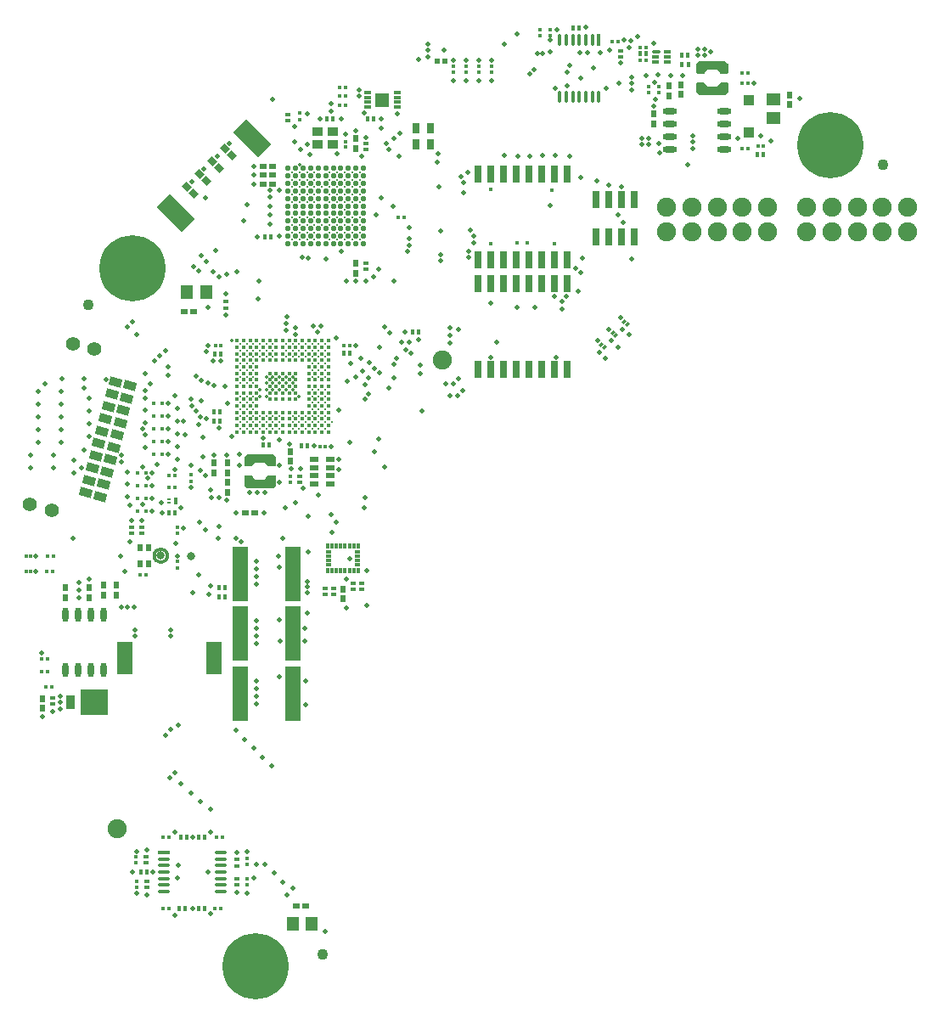
<source format=gts>
G04*
G04 #@! TF.GenerationSoftware,Altium Limited,Altium Designer,24.1.2 (44)*
G04*
G04 Layer_Color=8388736*
%FSLAX44Y44*%
%MOMM*%
G71*
G04*
G04 #@! TF.SameCoordinates,E650615F-92BB-4AA2-81C1-946A8B7DB211*
G04*
G04*
G04 #@! TF.FilePolarity,Negative*
G04*
G01*
G75*
%ADD19R,0.5220X0.7250*%
%ADD38R,0.7400X1.6750*%
%ADD42O,0.6000X1.4500*%
%ADD43O,1.4500X0.6000*%
G04:AMPARAMS|DCode=48|XSize=0.28mm|YSize=0.75mm|CornerRadius=0.0504mm|HoleSize=0mm|Usage=FLASHONLY|Rotation=90.000|XOffset=0mm|YOffset=0mm|HoleType=Round|Shape=RoundedRectangle|*
%AMROUNDEDRECTD48*
21,1,0.2800,0.6492,0,0,90.0*
21,1,0.1792,0.7500,0,0,90.0*
1,1,0.1008,0.3246,0.0896*
1,1,0.1008,0.3246,-0.0896*
1,1,0.1008,-0.3246,-0.0896*
1,1,0.1008,-0.3246,0.0896*
%
%ADD48ROUNDEDRECTD48*%
%ADD51R,0.4682X0.4725*%
%ADD52R,1.6000X3.2000*%
%ADD54R,0.7600X1.6700*%
G04:AMPARAMS|DCode=58|XSize=0.28mm|YSize=0.85mm|CornerRadius=0.0504mm|HoleSize=0mm|Usage=FLASHONLY|Rotation=90.000|XOffset=0mm|YOffset=0mm|HoleType=Round|Shape=RoundedRectangle|*
%AMROUNDEDRECTD58*
21,1,0.2800,0.7492,0,0,90.0*
21,1,0.1792,0.8500,0,0,90.0*
1,1,0.1008,0.3746,0.0896*
1,1,0.1008,0.3746,-0.0896*
1,1,0.1008,-0.3746,-0.0896*
1,1,0.1008,-0.3746,0.0896*
%
%ADD58ROUNDEDRECTD58*%
%ADD60R,0.3500X1.2500*%
%ADD61O,0.3500X1.2500*%
%ADD62O,1.2500X0.3500*%
%ADD63R,1.2500X0.3500*%
%ADD64C,0.3000*%
%ADD65R,0.6000X0.6000*%
%ADD66R,0.3600X0.4200*%
%ADD67R,0.4500X0.5000*%
%ADD68C,0.4000*%
%ADD69R,0.6080X0.6588*%
%ADD70R,0.3500X0.4000*%
%ADD71R,0.4000X0.3500*%
%ADD72R,0.4620X0.3520*%
%ADD73R,0.5000X0.4500*%
%ADD74R,1.6000X5.5000*%
%ADD75R,0.4200X0.3600*%
%ADD76R,0.4500X0.2905*%
%ADD77R,0.7100X0.3700*%
%ADD78R,1.3500X1.4500*%
%ADD79C,0.5318*%
%ADD80R,0.8620X1.3700*%
%ADD81R,0.3800X0.6300*%
%ADD82R,0.6300X0.3800*%
G04:AMPARAMS|DCode=83|XSize=1.243mm|YSize=0.8366mm|CornerRadius=0mm|HoleSize=0mm|Usage=FLASHONLY|Rotation=165.000|XOffset=0mm|YOffset=0mm|HoleType=Round|Shape=Rectangle|*
%AMROTATEDRECTD83*
4,1,4,0.7086,0.2432,0.4921,-0.5649,-0.7086,-0.2432,-0.4921,0.5649,0.7086,0.2432,0.0*
%
%ADD83ROTATEDRECTD83*%

%ADD84R,1.0520X1.0020*%
%ADD85R,1.0000X0.9000*%
%ADD86R,0.6588X0.6080*%
%ADD87R,1.2430X1.3700*%
%ADD88R,1.3700X1.2430*%
G04:AMPARAMS|DCode=89|XSize=0.3mm|YSize=0.45mm|CornerRadius=0mm|HoleSize=0mm|Usage=FLASHONLY|Rotation=135.000|XOffset=0mm|YOffset=0mm|HoleType=Round|Shape=Rectangle|*
%AMROTATEDRECTD89*
4,1,4,0.2652,0.0530,-0.0530,-0.2652,-0.2652,-0.0530,0.0530,0.2652,0.2652,0.0530,0.0*
%
%ADD89ROTATEDRECTD89*%

%ADD90R,0.3000X0.4500*%
%ADD91R,0.9000X0.5000*%
%ADD92R,0.7500X1.0000*%
G04:AMPARAMS|DCode=93|XSize=0.8mm|YSize=0.6mm|CornerRadius=0mm|HoleSize=0mm|Usage=FLASHONLY|Rotation=315.000|XOffset=0mm|YOffset=0mm|HoleType=Round|Shape=Rectangle|*
%AMROTATEDRECTD93*
4,1,4,-0.4950,0.0707,-0.0707,0.4950,0.4950,-0.0707,0.0707,-0.4950,-0.4950,0.0707,0.0*
%
%ADD93ROTATEDRECTD93*%

G04:AMPARAMS|DCode=94|XSize=3.532mm|YSize=1.882mm|CornerRadius=0mm|HoleSize=0mm|Usage=FLASHONLY|Rotation=135.000|XOffset=0mm|YOffset=0mm|HoleType=Round|Shape=Rectangle|*
%AMROTATEDRECTD94*
4,1,4,1.9141,-0.5834,0.5834,-1.9141,-1.9141,0.5834,-0.5834,1.9141,1.9141,-0.5834,0.0*
%
%ADD94ROTATEDRECTD94*%

%ADD95C,1.1000*%
%ADD96R,2.7670X2.6400*%
%ADD97R,0.4500X0.7000*%
%ADD98C,0.8000*%
%ADD99C,1.9050*%
%ADD100C,1.9000*%
%ADD101C,1.4224*%
%ADD102C,0.0400*%
%ADD103C,0.1000*%
%ADD104C,6.6016*%
%ADD105C,0.3048*%
%ADD106C,0.5080*%
%ADD107C,0.3556*%
%ADD108C,0.4064*%
G36*
X-266840Y79799D02*
X-266744Y79769D01*
X-266655Y79722D01*
X-266577Y79658D01*
X-266514Y79581D01*
X-266467Y79492D01*
X-266437Y79396D01*
X-266427Y79296D01*
Y70446D01*
X-266427Y70446D01*
X-266437Y70346D01*
X-266467Y70250D01*
X-266514Y70161D01*
X-266577Y70084D01*
X-269127Y67534D01*
X-269128Y67534D01*
X-269205Y67470D01*
X-269294Y67422D01*
X-269390Y67393D01*
X-269490Y67383D01*
X-294890D01*
X-294890Y67383D01*
X-294990Y67393D01*
X-295086Y67422D01*
X-295175Y67470D01*
X-295252Y67534D01*
X-297802Y70083D01*
X-297802Y70084D01*
X-297866Y70161D01*
X-297913Y70250D01*
X-297943Y70346D01*
X-297952Y70446D01*
X-297952Y79296D01*
X-297943Y79396D01*
X-297913Y79492D01*
X-297866Y79581D01*
X-297802Y79658D01*
X-297725Y79722D01*
X-297636Y79769D01*
X-297540Y79799D01*
X-297440Y79808D01*
X-290440D01*
X-290416Y79806D01*
X-290392Y79806D01*
X-290366Y79801D01*
X-290340Y79799D01*
X-290317Y79792D01*
X-290294Y79787D01*
X-290269Y79777D01*
X-290244Y79769D01*
X-290223Y79758D01*
X-290201Y79749D01*
X-290179Y79735D01*
X-290155Y79722D01*
X-290137Y79707D01*
X-290117Y79694D01*
X-290098Y79675D01*
X-290078Y79658D01*
X-290062Y79640D01*
X-290045Y79623D01*
X-287049Y76008D01*
X-277331D01*
X-274335Y79623D01*
X-274318Y79640D01*
X-274302Y79658D01*
X-274282Y79675D01*
X-274263Y79694D01*
X-274243Y79707D01*
X-274225Y79722D01*
X-274201Y79735D01*
X-274179Y79749D01*
X-274157Y79758D01*
X-274136Y79769D01*
X-274111Y79777D01*
X-274086Y79787D01*
X-274063Y79792D01*
X-274040Y79799D01*
X-274014Y79801D01*
X-273988Y79806D01*
X-273964Y79806D01*
X-273940Y79808D01*
X-266940D01*
X-266840Y79799D01*
D02*
G37*
G36*
X-269390Y101399D02*
X-269294Y101369D01*
X-269205Y101322D01*
X-269128Y101258D01*
X-266578Y98708D01*
X-266578Y98708D01*
X-266514Y98631D01*
X-266467Y98542D01*
X-266437Y98446D01*
X-266427Y98346D01*
X-266427Y89496D01*
X-266437Y89396D01*
X-266467Y89300D01*
X-266514Y89211D01*
X-266577Y89134D01*
X-266655Y89070D01*
X-266744Y89023D01*
X-266840Y88993D01*
X-266940Y88983D01*
X-273940D01*
X-273964Y88986D01*
X-273988Y88986D01*
X-274014Y88991D01*
X-274040Y88993D01*
X-274063Y89000D01*
X-274086Y89005D01*
X-274111Y89015D01*
X-274136Y89023D01*
X-274157Y89034D01*
X-274179Y89043D01*
X-274201Y89057D01*
X-274225Y89070D01*
X-274243Y89085D01*
X-274263Y89098D01*
X-274282Y89117D01*
X-274302Y89134D01*
X-274318Y89152D01*
X-274335Y89169D01*
X-277331Y92783D01*
X-287052D01*
X-290119Y89165D01*
X-290134Y89150D01*
X-290148Y89134D01*
X-290170Y89115D01*
X-290191Y89095D01*
X-290209Y89083D01*
X-290225Y89070D01*
X-290251Y89056D01*
X-290275Y89040D01*
X-290295Y89032D01*
X-290314Y89023D01*
X-290342Y89014D01*
X-290369Y89003D01*
X-290390Y88999D01*
X-290410Y88993D01*
X-290439Y88990D01*
X-290468Y88985D01*
X-290489Y88986D01*
X-290510Y88983D01*
X-297440D01*
X-297540Y88993D01*
X-297636Y89023D01*
X-297725Y89070D01*
X-297802Y89134D01*
X-297866Y89211D01*
X-297913Y89300D01*
X-297943Y89396D01*
X-297952Y89496D01*
Y98346D01*
X-297952Y98346D01*
X-297943Y98446D01*
X-297913Y98542D01*
X-297866Y98631D01*
X-297802Y98708D01*
X-295252Y101258D01*
X-295252Y101258D01*
X-295175Y101322D01*
X-295086Y101369D01*
X-294990Y101399D01*
X-294890Y101408D01*
X-269490D01*
X-269490Y101408D01*
X-269390Y101399D01*
D02*
G37*
G36*
X184260Y471653D02*
X184356Y471623D01*
X184445Y471576D01*
X184522Y471512D01*
X184586Y471435D01*
X184634Y471346D01*
X184663Y471250D01*
X184673Y471150D01*
Y462300D01*
X184673Y462300D01*
X184663Y462200D01*
X184634Y462104D01*
X184586Y462015D01*
X184522Y461938D01*
X181973Y459388D01*
X181972Y459388D01*
X181895Y459324D01*
X181806Y459277D01*
X181710Y459247D01*
X181610Y459238D01*
X156210D01*
X156210Y459238D01*
X156110Y459247D01*
X156014Y459277D01*
X155925Y459324D01*
X155848Y459388D01*
X153298Y461937D01*
X153298Y461938D01*
X153234Y462015D01*
X153187Y462104D01*
X153157Y462200D01*
X153147Y462300D01*
X153147Y471150D01*
X153157Y471250D01*
X153187Y471346D01*
X153234Y471435D01*
X153298Y471512D01*
X153375Y471576D01*
X153464Y471623D01*
X153560Y471653D01*
X153660Y471662D01*
X160660D01*
X160684Y471660D01*
X160708Y471660D01*
X160734Y471655D01*
X160760Y471653D01*
X160783Y471646D01*
X160806Y471641D01*
X160831Y471631D01*
X160856Y471623D01*
X160877Y471612D01*
X160899Y471603D01*
X160921Y471589D01*
X160945Y471576D01*
X160963Y471561D01*
X160983Y471548D01*
X161002Y471529D01*
X161022Y471512D01*
X161038Y471494D01*
X161054Y471477D01*
X164051Y467863D01*
X173773D01*
X176839Y471481D01*
X176854Y471496D01*
X176868Y471512D01*
X176890Y471531D01*
X176911Y471551D01*
X176929Y471563D01*
X176945Y471576D01*
X176971Y471590D01*
X176996Y471606D01*
X177015Y471614D01*
X177034Y471623D01*
X177062Y471632D01*
X177089Y471643D01*
X177110Y471646D01*
X177130Y471653D01*
X177159Y471656D01*
X177188Y471661D01*
X177209Y471660D01*
X177230Y471662D01*
X184160D01*
X184260Y471653D01*
D02*
G37*
G36*
X181710Y493253D02*
X181806Y493223D01*
X181895Y493176D01*
X181972Y493112D01*
X184522Y490563D01*
X184522Y490562D01*
X184586Y490485D01*
X184633Y490396D01*
X184663Y490300D01*
X184673Y490200D01*
X184673Y481350D01*
X184663Y481250D01*
X184634Y481154D01*
X184586Y481065D01*
X184522Y480988D01*
X184445Y480924D01*
X184356Y480877D01*
X184260Y480847D01*
X184160Y480838D01*
X177160D01*
X177136Y480840D01*
X177112Y480840D01*
X177086Y480845D01*
X177060Y480847D01*
X177037Y480854D01*
X177014Y480859D01*
X176989Y480869D01*
X176964Y480877D01*
X176943Y480888D01*
X176921Y480897D01*
X176899Y480911D01*
X176875Y480924D01*
X176857Y480939D01*
X176837Y480952D01*
X176818Y480971D01*
X176798Y480988D01*
X176782Y481006D01*
X176765Y481023D01*
X173769Y484637D01*
X164051D01*
X161054Y481023D01*
X161038Y481006D01*
X161022Y480988D01*
X161002Y480971D01*
X160983Y480952D01*
X160963Y480939D01*
X160945Y480924D01*
X160921Y480911D01*
X160899Y480897D01*
X160877Y480888D01*
X160856Y480877D01*
X160831Y480869D01*
X160806Y480859D01*
X160783Y480854D01*
X160760Y480847D01*
X160734Y480845D01*
X160708Y480840D01*
X160684Y480840D01*
X160660Y480838D01*
X153660D01*
X153560Y480847D01*
X153464Y480877D01*
X153375Y480924D01*
X153298Y480988D01*
X153234Y481065D01*
X153187Y481154D01*
X153157Y481250D01*
X153147Y481350D01*
Y490200D01*
X153147Y490200D01*
X153157Y490300D01*
X153187Y490396D01*
X153234Y490485D01*
X153298Y490562D01*
X155848Y493112D01*
X155848Y493112D01*
X155925Y493176D01*
X156014Y493223D01*
X156110Y493253D01*
X156210Y493262D01*
X181610D01*
X181610Y493262D01*
X181710Y493253D01*
D02*
G37*
D19*
X-393520Y8415D02*
D03*
Y-8335D02*
D03*
X-401740Y8415D02*
D03*
Y-8335D02*
D03*
D38*
X53340Y318125D02*
D03*
X66040D02*
D03*
X91440D02*
D03*
Y354975D02*
D03*
X78740Y318125D02*
D03*
Y354975D02*
D03*
X66040D02*
D03*
X53340D02*
D03*
D42*
X-450850Y-113610D02*
D03*
X-476250D02*
D03*
X-463550D02*
D03*
X-438150D02*
D03*
X-476250Y-59110D02*
D03*
X-463550D02*
D03*
X-450850D02*
D03*
X-438150D02*
D03*
D43*
X180920Y430530D02*
D03*
Y405130D02*
D03*
Y417830D02*
D03*
Y443230D02*
D03*
X126420Y405130D02*
D03*
Y417830D02*
D03*
Y430530D02*
D03*
Y443230D02*
D03*
D48*
X124030Y502412D02*
D03*
Y492412D02*
D03*
Y497412D02*
D03*
X112530Y492412D02*
D03*
Y497412D02*
D03*
D51*
X-97422Y493192D02*
D03*
X-105465D02*
D03*
D52*
X-327610Y-101600D02*
D03*
X-416610D02*
D03*
D54*
X-64770Y295170D02*
D03*
X-52070D02*
D03*
X-39370D02*
D03*
X-26670D02*
D03*
X-13970D02*
D03*
X-1270D02*
D03*
X11430D02*
D03*
X24130D02*
D03*
X-64770Y380470D02*
D03*
X-52070D02*
D03*
X-39370D02*
D03*
X-26670D02*
D03*
X-13970D02*
D03*
X-1270D02*
D03*
X11430D02*
D03*
X24130D02*
D03*
Y271250D02*
D03*
X11430D02*
D03*
X-1270D02*
D03*
X-13970D02*
D03*
X-26670D02*
D03*
X-39370D02*
D03*
X-52070D02*
D03*
X-64770D02*
D03*
X24130Y185950D02*
D03*
X11430D02*
D03*
X-1270D02*
D03*
X-13970D02*
D03*
X-26670D02*
D03*
X-39370D02*
D03*
X-52070D02*
D03*
X-64770D02*
D03*
D58*
X113030Y502412D02*
D03*
D60*
X55810Y514000D02*
D03*
D61*
X49310D02*
D03*
X42810D02*
D03*
X36310D02*
D03*
X29810D02*
D03*
X23310D02*
D03*
X16810D02*
D03*
X55810Y457500D02*
D03*
X49310D02*
D03*
X42810D02*
D03*
X36310D02*
D03*
X29810D02*
D03*
X23310D02*
D03*
X16810D02*
D03*
D62*
X-321670Y-334940D02*
D03*
Y-328440D02*
D03*
Y-321940D02*
D03*
Y-315440D02*
D03*
Y-308940D02*
D03*
Y-302440D02*
D03*
Y-295940D02*
D03*
X-378170Y-334940D02*
D03*
Y-328440D02*
D03*
Y-321940D02*
D03*
Y-315440D02*
D03*
Y-308940D02*
D03*
Y-302440D02*
D03*
D63*
Y-295940D02*
D03*
D64*
X-374375Y40D02*
G03*
X-374375Y40I-6625J0D01*
G01*
D65*
X-282190Y71696D02*
D03*
X168910Y488950D02*
D03*
Y463550D02*
D03*
X-282190Y97096D02*
D03*
D66*
X-198280Y209550D02*
D03*
X-321150D02*
D03*
X-192880D02*
D03*
X-326550D02*
D03*
X219870Y408940D02*
D03*
X214470D02*
D03*
X97122Y506984D02*
D03*
X102522D02*
D03*
X-217010Y109220D02*
D03*
X-222410D02*
D03*
D67*
X-322120Y143510D02*
D03*
X-321440Y201396D02*
D03*
X-198580Y201930D02*
D03*
X-322120Y134620D02*
D03*
X220170Y400050D02*
D03*
X-278690Y110396D02*
D03*
X-328120Y143510D02*
D03*
X-327440Y201396D02*
D03*
X-192580Y201930D02*
D03*
X-328120Y134620D02*
D03*
X-130000Y223520D02*
D03*
X-323040Y-31750D02*
D03*
Y-40640D02*
D03*
X138890Y490220D02*
D03*
X138498Y499205D02*
D03*
X-277495Y318231D02*
D03*
X-168450Y435610D02*
D03*
X-215090D02*
D03*
X-372570Y43180D02*
D03*
X144890Y490220D02*
D03*
X144498Y499205D02*
D03*
X-124000Y223520D02*
D03*
X-317040Y-31750D02*
D03*
Y-40640D02*
D03*
X-271495Y318231D02*
D03*
X-174450Y435610D02*
D03*
X-209090D02*
D03*
X-366570Y43180D02*
D03*
X-395180Y-315440D02*
D03*
X-401180D02*
D03*
X30024Y526459D02*
D03*
X36024D02*
D03*
X-361140Y-280670D02*
D03*
X-355140D02*
D03*
X-362410Y-351790D02*
D03*
X-356410D02*
D03*
X-337360D02*
D03*
X-343360D02*
D03*
X-337360Y-280670D02*
D03*
X-343360D02*
D03*
X-240595Y109514D02*
D03*
X-234595D02*
D03*
X-272690Y110396D02*
D03*
X97076Y500634D02*
D03*
X103076D02*
D03*
X214170Y400050D02*
D03*
D68*
X-304940Y136396D02*
D03*
Y142896D02*
D03*
Y201396D02*
D03*
Y207896D02*
D03*
X-265940Y129896D02*
D03*
X-213940Y201396D02*
D03*
Y207896D02*
D03*
X-304940Y123396D02*
D03*
Y214396D02*
D03*
X-291940Y129896D02*
D03*
X-285440Y155896D02*
D03*
Y181896D02*
D03*
X-278940Y123396D02*
D03*
X-272440Y129896D02*
D03*
Y155896D02*
D03*
Y162396D02*
D03*
Y168896D02*
D03*
Y175396D02*
D03*
Y181896D02*
D03*
Y194896D02*
D03*
X-265940Y155896D02*
D03*
Y162396D02*
D03*
Y168896D02*
D03*
Y175396D02*
D03*
Y181896D02*
D03*
X-259440Y155896D02*
D03*
Y162396D02*
D03*
Y168896D02*
D03*
Y175396D02*
D03*
Y181896D02*
D03*
X-252940Y155896D02*
D03*
Y162396D02*
D03*
Y168896D02*
D03*
Y175396D02*
D03*
Y181896D02*
D03*
Y207896D02*
D03*
X-246440Y129896D02*
D03*
Y155896D02*
D03*
Y162396D02*
D03*
Y168896D02*
D03*
Y175396D02*
D03*
Y181896D02*
D03*
Y194896D02*
D03*
X-233440Y155896D02*
D03*
Y181896D02*
D03*
X-213940Y123396D02*
D03*
Y214396D02*
D03*
X-285440Y149396D02*
D03*
Y188396D02*
D03*
X-278940Y129896D02*
D03*
Y142896D02*
D03*
Y194896D02*
D03*
X-272440Y201396D02*
D03*
X-265940Y142896D02*
D03*
X-259440Y194896D02*
D03*
X-246440Y142896D02*
D03*
X-239940Y194896D02*
D03*
X-233440Y149396D02*
D03*
Y175396D02*
D03*
X-213940Y194896D02*
D03*
Y188396D02*
D03*
Y181896D02*
D03*
Y175396D02*
D03*
Y168896D02*
D03*
Y162396D02*
D03*
Y155896D02*
D03*
Y149396D02*
D03*
Y142896D02*
D03*
Y136396D02*
D03*
Y129896D02*
D03*
X-220440Y214396D02*
D03*
Y207896D02*
D03*
Y201396D02*
D03*
Y194896D02*
D03*
Y188396D02*
D03*
Y181896D02*
D03*
Y175396D02*
D03*
Y168896D02*
D03*
Y162396D02*
D03*
Y155896D02*
D03*
Y149396D02*
D03*
Y142896D02*
D03*
Y136396D02*
D03*
Y129896D02*
D03*
Y123396D02*
D03*
X-226940Y214396D02*
D03*
Y207896D02*
D03*
Y201396D02*
D03*
Y194896D02*
D03*
Y188396D02*
D03*
Y181896D02*
D03*
Y175396D02*
D03*
Y168896D02*
D03*
Y162396D02*
D03*
Y155896D02*
D03*
Y149396D02*
D03*
Y142896D02*
D03*
Y136396D02*
D03*
Y129896D02*
D03*
Y123396D02*
D03*
X-233440Y214396D02*
D03*
Y207896D02*
D03*
Y201396D02*
D03*
Y194896D02*
D03*
Y188396D02*
D03*
Y168896D02*
D03*
Y162396D02*
D03*
Y142896D02*
D03*
Y136396D02*
D03*
Y129896D02*
D03*
Y123396D02*
D03*
X-239940Y214396D02*
D03*
Y207896D02*
D03*
Y201396D02*
D03*
Y142896D02*
D03*
Y136396D02*
D03*
Y129896D02*
D03*
Y123396D02*
D03*
X-246440Y214396D02*
D03*
Y207896D02*
D03*
Y201396D02*
D03*
Y136396D02*
D03*
Y123396D02*
D03*
X-252940Y214396D02*
D03*
Y201396D02*
D03*
Y194896D02*
D03*
Y142896D02*
D03*
Y136396D02*
D03*
Y129896D02*
D03*
Y123396D02*
D03*
X-259440Y214396D02*
D03*
Y207896D02*
D03*
Y201396D02*
D03*
Y142896D02*
D03*
Y136396D02*
D03*
Y129896D02*
D03*
Y123396D02*
D03*
X-265940Y214396D02*
D03*
Y207896D02*
D03*
Y201396D02*
D03*
Y194896D02*
D03*
Y136396D02*
D03*
Y123396D02*
D03*
X-272440Y214396D02*
D03*
Y207896D02*
D03*
Y142896D02*
D03*
Y136396D02*
D03*
Y123396D02*
D03*
X-278940Y214396D02*
D03*
Y207896D02*
D03*
Y201396D02*
D03*
Y136396D02*
D03*
X-285440Y214396D02*
D03*
Y207896D02*
D03*
Y201396D02*
D03*
Y194896D02*
D03*
Y175396D02*
D03*
Y168896D02*
D03*
Y162396D02*
D03*
Y142896D02*
D03*
Y136396D02*
D03*
Y129896D02*
D03*
Y123396D02*
D03*
X-291940Y214396D02*
D03*
Y207896D02*
D03*
Y201396D02*
D03*
Y194896D02*
D03*
Y188396D02*
D03*
Y181896D02*
D03*
Y175396D02*
D03*
Y168896D02*
D03*
Y162396D02*
D03*
Y155896D02*
D03*
Y149396D02*
D03*
Y142896D02*
D03*
Y136396D02*
D03*
Y123396D02*
D03*
X-298440Y214396D02*
D03*
Y207896D02*
D03*
Y201396D02*
D03*
Y194896D02*
D03*
Y188396D02*
D03*
Y181896D02*
D03*
Y175396D02*
D03*
Y168896D02*
D03*
Y162396D02*
D03*
Y155896D02*
D03*
Y149396D02*
D03*
Y142896D02*
D03*
Y136396D02*
D03*
Y129896D02*
D03*
Y123396D02*
D03*
X-304940Y194896D02*
D03*
Y188396D02*
D03*
Y181896D02*
D03*
Y175396D02*
D03*
Y168896D02*
D03*
Y162396D02*
D03*
Y155896D02*
D03*
Y149396D02*
D03*
Y129896D02*
D03*
D69*
X-314690Y82820D02*
D03*
Y72972D02*
D03*
X-327690Y82820D02*
D03*
X-499110Y-152146D02*
D03*
X-476250Y-32004D02*
D03*
X-314690Y92472D02*
D03*
Y63320D02*
D03*
X-327690Y92472D02*
D03*
X-251460Y94234D02*
D03*
X-452120Y-32004D02*
D03*
X110490Y440436D02*
D03*
X-186865Y415767D02*
D03*
Y281655D02*
D03*
X-199390Y-42926D02*
D03*
X246380Y459486D02*
D03*
X-199390Y-33274D02*
D03*
X125730Y458724D02*
D03*
Y468376D02*
D03*
X-438150Y-39116D02*
D03*
Y-29464D02*
D03*
X246380Y449834D02*
D03*
X-186865Y291307D02*
D03*
Y406115D02*
D03*
X110490Y430784D02*
D03*
X137419Y469516D02*
D03*
Y459864D02*
D03*
X-452120Y-41656D02*
D03*
X-251460Y103886D02*
D03*
X-425450Y-29464D02*
D03*
Y-39116D02*
D03*
X-476250Y-41656D02*
D03*
X-499110Y-142494D02*
D03*
D70*
X-499570Y-102870D02*
D03*
X204930Y471170D02*
D03*
X-202390Y449580D02*
D03*
X-366570Y80010D02*
D03*
X198930Y481330D02*
D03*
X-499570Y-115570D02*
D03*
X-202390Y467360D02*
D03*
Y458470D02*
D03*
X-137970Y337820D02*
D03*
X-401780Y-19050D02*
D03*
X-395780D02*
D03*
X-366570Y68580D02*
D03*
X-372570D02*
D03*
Y80010D02*
D03*
X-488114Y0D02*
D03*
X-494114D02*
D03*
X-488490Y-15240D02*
D03*
X-494490D02*
D03*
X-372920Y-280670D02*
D03*
X-378920D02*
D03*
X69390Y513080D02*
D03*
X75390D02*
D03*
X-372920Y-351790D02*
D03*
X-378920D02*
D03*
X-326850D02*
D03*
X-320850D02*
D03*
X-325580Y-280670D02*
D03*
X-319580D02*
D03*
X-143970Y337820D02*
D03*
X-196390Y449580D02*
D03*
Y458470D02*
D03*
Y467360D02*
D03*
X204930Y481330D02*
D03*
X198930Y471170D02*
D03*
X97076Y494030D02*
D03*
X103076D02*
D03*
X198930Y406400D02*
D03*
X204930D02*
D03*
X-493570Y-115570D02*
D03*
X-489760Y-130810D02*
D03*
X-495760D02*
D03*
X-493570Y-102870D02*
D03*
D71*
X115570Y467820D02*
D03*
X-50800Y488140D02*
D03*
X-63500D02*
D03*
X-76200D02*
D03*
X-88900D02*
D03*
X-242570Y441150D02*
D03*
X-350520Y74470D02*
D03*
X-364490Y-5890D02*
D03*
X-3150Y524450D02*
D03*
Y518450D02*
D03*
X-364490Y-11890D02*
D03*
Y22400D02*
D03*
Y28400D02*
D03*
X-350520Y80470D02*
D03*
X-405800Y-299740D02*
D03*
Y-305740D02*
D03*
X-405130Y-330660D02*
D03*
Y-324660D02*
D03*
X-294640Y-328120D02*
D03*
Y-322120D02*
D03*
Y-301800D02*
D03*
Y-307800D02*
D03*
X-242570Y435150D02*
D03*
X105410Y467820D02*
D03*
Y461820D02*
D03*
X115570D02*
D03*
X-88900Y482140D02*
D03*
X-76200D02*
D03*
X-63500D02*
D03*
X-50800D02*
D03*
X7010Y518450D02*
D03*
Y524450D02*
D03*
D72*
X-395850Y44450D02*
D03*
X-379340Y101600D02*
D03*
Y114300D02*
D03*
Y127000D02*
D03*
Y139700D02*
D03*
Y152400D02*
D03*
X-395850Y82550D02*
D03*
Y69850D02*
D03*
Y57150D02*
D03*
X-404250D02*
D03*
Y69850D02*
D03*
Y82550D02*
D03*
X-387740Y152400D02*
D03*
Y139700D02*
D03*
Y127000D02*
D03*
Y114300D02*
D03*
Y101600D02*
D03*
X-404250Y44450D02*
D03*
D73*
X-316230Y253190D02*
D03*
X-254000Y439880D02*
D03*
X-176705Y410941D02*
D03*
Y286021D02*
D03*
X-410210Y28400D02*
D03*
X-400050D02*
D03*
X-189230Y-33480D02*
D03*
X-217170Y-38560D02*
D03*
X-180340Y-33480D02*
D03*
X-208280Y-38560D02*
D03*
X-488950Y-147780D02*
D03*
X-316230Y247190D02*
D03*
X-410210Y22400D02*
D03*
X-400050D02*
D03*
X-180340Y-27480D02*
D03*
X-208280Y-32560D02*
D03*
X-488950Y-141780D02*
D03*
X-217170Y-32560D02*
D03*
X-189230Y-27480D02*
D03*
X-395640Y-305740D02*
D03*
Y-299740D02*
D03*
X77470Y497380D02*
D03*
Y503380D02*
D03*
X-394970Y-324660D02*
D03*
Y-330660D02*
D03*
X-304800Y-322120D02*
D03*
Y-328120D02*
D03*
Y-309070D02*
D03*
Y-303070D02*
D03*
X-176705Y292021D02*
D03*
Y404941D02*
D03*
X-254000Y433880D02*
D03*
X-242570Y79200D02*
D03*
Y73200D02*
D03*
D74*
X-249090Y-17780D02*
D03*
Y-77470D02*
D03*
Y-137160D02*
D03*
X-302090Y-17780D02*
D03*
Y-77470D02*
D03*
Y-137160D02*
D03*
D75*
X-196850Y412910D02*
D03*
Y407510D02*
D03*
X-251460Y78900D02*
D03*
Y73500D02*
D03*
D76*
X-372820Y52860D02*
D03*
Y56360D02*
D03*
D77*
X-145520Y447160D02*
D03*
Y452160D02*
D03*
Y457160D02*
D03*
Y462160D02*
D03*
X-174520Y447160D02*
D03*
Y452160D02*
D03*
Y457160D02*
D03*
Y462160D02*
D03*
D78*
X-160020Y454660D02*
D03*
D79*
X-194025Y311251D02*
D03*
X-201525Y318751D02*
D03*
X-216525D02*
D03*
X-231525D02*
D03*
X-246525D02*
D03*
X-179025Y326251D02*
D03*
X-209025Y341251D02*
D03*
X-231525D02*
D03*
X-239025D02*
D03*
X-179025Y348751D02*
D03*
X-209025D02*
D03*
X-231525D02*
D03*
X-209025Y356251D02*
D03*
X-231525D02*
D03*
X-179025Y371251D02*
D03*
X-216525D02*
D03*
X-224025D02*
D03*
X-231525Y378751D02*
D03*
X-239025D02*
D03*
Y386251D02*
D03*
X-254025Y318751D02*
D03*
X-246525Y341251D02*
D03*
X-254025D02*
D03*
X-239025Y348751D02*
D03*
X-246525D02*
D03*
X-254025D02*
D03*
X-239025Y356251D02*
D03*
X-246525D02*
D03*
X-216525Y363751D02*
D03*
Y348751D02*
D03*
X-224025D02*
D03*
X-216525Y356251D02*
D03*
X-224025D02*
D03*
X-254025D02*
D03*
Y386251D02*
D03*
X-246525D02*
D03*
X-231525D02*
D03*
X-224025D02*
D03*
X-216525D02*
D03*
X-209025D02*
D03*
X-201525D02*
D03*
X-194025D02*
D03*
X-186525D02*
D03*
X-179025D02*
D03*
X-254025Y378751D02*
D03*
X-246525D02*
D03*
X-224025D02*
D03*
X-216525D02*
D03*
X-209025D02*
D03*
X-201525D02*
D03*
X-194025D02*
D03*
X-186525D02*
D03*
X-179025D02*
D03*
X-254025Y371251D02*
D03*
X-246525D02*
D03*
X-239025D02*
D03*
X-231525D02*
D03*
X-209025D02*
D03*
X-201525D02*
D03*
X-194025D02*
D03*
X-186525D02*
D03*
X-254025Y363751D02*
D03*
X-246525D02*
D03*
X-239025D02*
D03*
X-231525D02*
D03*
X-224025D02*
D03*
X-209025D02*
D03*
X-201525D02*
D03*
X-194025D02*
D03*
X-186525D02*
D03*
X-179025D02*
D03*
X-201525Y356251D02*
D03*
X-194025D02*
D03*
X-186525D02*
D03*
X-179025D02*
D03*
X-201525Y348751D02*
D03*
X-194025D02*
D03*
X-186525D02*
D03*
X-224025Y341251D02*
D03*
X-216525D02*
D03*
X-201525D02*
D03*
X-194025D02*
D03*
X-186525D02*
D03*
X-179025D02*
D03*
X-254025Y333751D02*
D03*
X-246525D02*
D03*
X-239025D02*
D03*
X-231525D02*
D03*
X-224025D02*
D03*
X-216525D02*
D03*
X-209025D02*
D03*
X-201525D02*
D03*
X-194025D02*
D03*
X-186525D02*
D03*
X-179025D02*
D03*
X-254025Y326251D02*
D03*
X-246525D02*
D03*
X-239025D02*
D03*
X-231525D02*
D03*
X-224025D02*
D03*
X-216525D02*
D03*
X-209025D02*
D03*
X-201525D02*
D03*
X-194025D02*
D03*
X-186525D02*
D03*
X-239025Y318751D02*
D03*
X-224025D02*
D03*
X-209025D02*
D03*
X-194025D02*
D03*
X-186525D02*
D03*
X-179025D02*
D03*
X-254025Y311251D02*
D03*
X-246525D02*
D03*
X-239025D02*
D03*
X-231525D02*
D03*
X-224025D02*
D03*
X-216525D02*
D03*
X-209025D02*
D03*
X-201525D02*
D03*
X-186525D02*
D03*
X-179025D02*
D03*
D80*
X-471170Y-146050D02*
D03*
D81*
X-214440Y-14740D02*
D03*
X-210140D02*
D03*
X-205840D02*
D03*
X-197240D02*
D03*
X-192940D02*
D03*
X-184340D02*
D03*
Y9660D02*
D03*
X-188640D02*
D03*
X-192940D02*
D03*
X-197240D02*
D03*
X-201540D02*
D03*
X-205840D02*
D03*
X-210140D02*
D03*
X-214440D02*
D03*
X-188640Y-14740D02*
D03*
X-201540D02*
D03*
D82*
X-214090Y3910D02*
D03*
Y-390D02*
D03*
Y-4690D02*
D03*
Y-8990D02*
D03*
X-184690Y-4690D02*
D03*
Y3910D02*
D03*
Y-390D02*
D03*
Y-8990D02*
D03*
D83*
X-411644Y169468D02*
D03*
X-431366Y95865D02*
D03*
X-426365Y173413D02*
D03*
X-441227Y59063D02*
D03*
X-455948Y63008D02*
D03*
X-437940Y71330D02*
D03*
X-452660Y75275D02*
D03*
X-434653Y83598D02*
D03*
X-449374Y87542D02*
D03*
X-446087Y99809D02*
D03*
X-428079Y108132D02*
D03*
X-442799Y112077D02*
D03*
X-424792Y120400D02*
D03*
X-439512Y124344D02*
D03*
X-421505Y132667D02*
D03*
X-436226Y136611D02*
D03*
X-418218Y144934D02*
D03*
X-432938Y148878D02*
D03*
X-414931Y157201D02*
D03*
X-429651Y161146D02*
D03*
D84*
X205740Y422400D02*
D03*
Y453900D02*
D03*
D85*
X-224670Y410560D02*
D03*
X-209670Y422560D02*
D03*
X-224670D02*
D03*
X-209670Y410560D02*
D03*
D86*
X-348234Y243840D02*
D03*
X-236474Y-349250D02*
D03*
X-296926Y43180D02*
D03*
X-287274D02*
D03*
X-269494Y388620D02*
D03*
X-279146D02*
D03*
X-269494Y379730D02*
D03*
X-279146D02*
D03*
X-269494Y370840D02*
D03*
X-279146D02*
D03*
X-246126Y-349250D02*
D03*
X-357886Y243840D02*
D03*
D87*
X-335915Y262890D02*
D03*
X-230505Y-367030D02*
D03*
X-249555D02*
D03*
X-354965Y262890D02*
D03*
D88*
X229870Y455295D02*
D03*
Y436245D02*
D03*
D89*
X58420Y210820D02*
D03*
X81280Y233680D02*
D03*
X84108Y230852D02*
D03*
X61248Y207992D02*
D03*
X69850Y222250D02*
D03*
X72678Y219422D02*
D03*
D90*
X-511079Y-15239D02*
D03*
X-511011Y1D02*
D03*
X-515011D02*
D03*
X-515079Y-15239D02*
D03*
D91*
X-211710Y95820D02*
D03*
X-227710Y87820D02*
D03*
Y95820D02*
D03*
Y79820D02*
D03*
Y71820D02*
D03*
X-211710Y87820D02*
D03*
Y79820D02*
D03*
Y71820D02*
D03*
D92*
X-126630Y410210D02*
D03*
X-112130D02*
D03*
X-126630Y426720D02*
D03*
X-112130D02*
D03*
D93*
X-316872Y405772D02*
D03*
X-310508Y399408D02*
D03*
X-329572Y393072D02*
D03*
X-323208Y386708D02*
D03*
X-342272Y380372D02*
D03*
X-335908Y374008D02*
D03*
X-354972Y367672D02*
D03*
X-348608Y361308D02*
D03*
D94*
X-365760Y341630D02*
D03*
X-289560Y416560D02*
D03*
D95*
X-219710Y-397510D02*
D03*
X339090Y389890D02*
D03*
X-453390Y250190D02*
D03*
D96*
X-447675Y-146050D02*
D03*
D97*
X-366320Y54610D02*
D03*
D98*
X-350520Y0D02*
D03*
X-381000Y40D02*
D03*
D99*
X-100330Y195580D02*
D03*
X-424180Y-271780D02*
D03*
D100*
X123631Y347620D02*
D03*
X263331D02*
D03*
X313331Y322620D02*
D03*
X288331D02*
D03*
X338331D02*
D03*
X263331D02*
D03*
X288331Y347620D02*
D03*
X313331D02*
D03*
X338331D02*
D03*
X363331Y322620D02*
D03*
Y347620D02*
D03*
X173631Y322620D02*
D03*
X148631D02*
D03*
X198631D02*
D03*
X123631D02*
D03*
X148631Y347620D02*
D03*
X173631D02*
D03*
X198631D02*
D03*
X223631Y322620D02*
D03*
Y347620D02*
D03*
D101*
X-511967Y51196D02*
D03*
X-490132Y45345D02*
D03*
X-468973Y211652D02*
D03*
X-447138Y205801D02*
D03*
D102*
X-328683Y-213589D02*
D03*
X-319703Y-222569D02*
D03*
X-301742Y-240530D02*
D03*
X-310722Y-231549D02*
D03*
X-274801Y-267470D02*
D03*
X-265821Y-276451D02*
D03*
X-283782Y-258490D02*
D03*
X-292762Y-249510D02*
D03*
X-220920Y-321352D02*
D03*
X-238880Y-303391D02*
D03*
X-229900Y-312372D02*
D03*
X-247861Y-294411D02*
D03*
X-256841Y-285431D02*
D03*
X-265821Y-258490D02*
D03*
X-256841Y-267470D02*
D03*
X-238880Y-285431D02*
D03*
X-247861Y-276451D02*
D03*
X-211940Y-312372D02*
D03*
X-220920Y-303391D02*
D03*
X-229900Y-294411D02*
D03*
X-301742Y-222569D02*
D03*
X-292762Y-231549D02*
D03*
X-274801Y-249510D02*
D03*
X-283782Y-240530D02*
D03*
X-319703Y-204609D02*
D03*
X-310722Y-213589D02*
D03*
X-328683Y-195628D02*
D03*
X-337663Y-186648D02*
D03*
Y-204609D02*
D03*
X-346643Y-195628D02*
D03*
X63500Y438150D02*
D03*
X50800D02*
D03*
X25400D02*
D03*
X38100D02*
D03*
X-12700D02*
D03*
X-25400D02*
D03*
X0D02*
D03*
X12700D02*
D03*
X-88900D02*
D03*
X-63500D02*
D03*
X-76200D02*
D03*
X-50800D02*
D03*
X-38100D02*
D03*
X-12700Y425450D02*
D03*
X-25400D02*
D03*
X-50800D02*
D03*
X-38100D02*
D03*
X-88900D02*
D03*
X-76200D02*
D03*
X-63500D02*
D03*
X38100D02*
D03*
X25400D02*
D03*
X0D02*
D03*
X12700D02*
D03*
X63500D02*
D03*
X50800D02*
D03*
X76200D02*
D03*
X88900D02*
D03*
X76200Y438150D02*
D03*
X88900D02*
D03*
D103*
X-220920Y-312372D02*
D03*
X-337663Y-195628D02*
D03*
X-82550Y431800D02*
D03*
X82550D02*
D03*
D104*
X-409600Y286800D02*
D03*
X286800Y409600D02*
D03*
X-286800Y-409600D02*
D03*
D105*
X-269190Y126646D02*
D03*
X-275690D02*
D03*
X-295190D02*
D03*
X-243190Y126646D02*
D03*
X-288690Y185146D02*
D03*
Y152646D02*
D03*
X-230190D02*
D03*
X-243190Y198146D02*
D03*
X-230190Y185146D02*
D03*
X-275690Y198146D02*
D03*
X-249690Y211146D02*
D03*
X-197843Y344933D02*
D03*
X-197775Y315001D02*
D03*
X-220275Y367501D02*
D03*
X-227775Y375001D02*
D03*
X-212775D02*
D03*
X-235275Y382501D02*
D03*
X-242775D02*
D03*
X-235275Y352501D02*
D03*
X-220207Y330069D02*
D03*
X-212775Y315001D02*
D03*
X-235275Y337501D02*
D03*
X-205275Y360001D02*
D03*
Y352501D02*
D03*
X-235275Y360001D02*
D03*
X-250275Y315001D02*
D03*
X-235275D02*
D03*
X-242775Y337501D02*
D03*
X-205275Y337501D02*
D03*
X-282190Y126646D02*
D03*
X-275690Y204646D02*
D03*
X-288690Y191646D02*
D03*
Y146146D02*
D03*
X-282190Y139646D02*
D03*
X-269190D02*
D03*
X-243190D02*
D03*
X-230190Y146146D02*
D03*
X-236690Y198146D02*
D03*
X-230190Y178646D02*
D03*
X-282190Y198146D02*
D03*
X-256190Y198146D02*
D03*
X-212775Y367501D02*
D03*
X-242775Y352501D02*
D03*
Y360001D02*
D03*
X-250275D02*
D03*
Y352501D02*
D03*
Y337501D02*
D03*
X-227775Y352501D02*
D03*
X-212775D02*
D03*
X-227775Y360001D02*
D03*
X-212775D02*
D03*
X-250275Y367501D02*
D03*
Y375001D02*
D03*
X-223690Y139646D02*
D03*
X-236690Y133146D02*
D03*
X-217190Y159146D02*
D03*
X-210690Y133146D02*
D03*
X-223690Y211146D02*
D03*
X-236690D02*
D03*
X-230190D02*
D03*
X-282190D02*
D03*
X-205275Y322501D02*
D03*
Y315001D02*
D03*
Y330001D02*
D03*
X-227775Y315001D02*
D03*
X-250275Y330001D02*
D03*
X-242775D02*
D03*
X-235275Y322501D02*
D03*
X-242775Y315001D02*
D03*
Y322501D02*
D03*
X-250275D02*
D03*
X-235275Y367501D02*
D03*
X-197775Y352501D02*
D03*
X-190275D02*
D03*
X-182775D02*
D03*
X-197775Y360001D02*
D03*
X-190275D02*
D03*
X-182775D02*
D03*
X-197775Y367501D02*
D03*
X-235275Y330001D02*
D03*
X-227775D02*
D03*
X-212775Y322501D02*
D03*
Y337501D02*
D03*
X-227775Y337501D02*
D03*
X-212775Y330001D02*
D03*
X-227775Y322501D02*
D03*
X-182775Y382501D02*
D03*
X-190275D02*
D03*
X-197775D02*
D03*
X-205275D02*
D03*
X-250275D02*
D03*
X-242775Y375001D02*
D03*
X-235275D02*
D03*
X-242775Y367501D02*
D03*
X-227775D02*
D03*
Y382501D02*
D03*
X-212775Y382501D02*
D03*
X-205275Y367501D02*
D03*
X-190275D02*
D03*
X-182775D02*
D03*
X-205275Y375001D02*
D03*
X-197775D02*
D03*
X-190275D02*
D03*
X-182775D02*
D03*
X-190275Y315001D02*
D03*
X-182775Y315001D02*
D03*
Y322501D02*
D03*
X-197775D02*
D03*
X-190275Y322501D02*
D03*
X-197775Y330001D02*
D03*
X-190275D02*
D03*
X-182775Y330001D02*
D03*
X-197775Y337501D02*
D03*
X-190275D02*
D03*
X-182775Y337501D02*
D03*
X-269190Y198146D02*
D03*
X-236690Y139646D02*
D03*
X-262690Y139646D02*
D03*
X-275690D02*
D03*
X-217190Y152646D02*
D03*
Y165646D02*
D03*
X-223690D02*
D03*
Y159146D02*
D03*
Y152646D02*
D03*
X-230190Y159146D02*
D03*
Y165646D02*
D03*
X-217190Y178646D02*
D03*
X-223690D02*
D03*
Y146146D02*
D03*
X-217190D02*
D03*
Y139646D02*
D03*
X-230190D02*
D03*
X-223690Y133146D02*
D03*
X-217190D02*
D03*
Y126646D02*
D03*
X-223690D02*
D03*
X-230190D02*
D03*
Y133146D02*
D03*
X-236690Y126646D02*
D03*
X-243190Y133146D02*
D03*
X-249690Y139646D02*
D03*
Y133146D02*
D03*
Y126646D02*
D03*
X-288690Y126646D02*
D03*
X-301690D02*
D03*
X-262690D02*
D03*
Y133146D02*
D03*
X-269190D02*
D03*
X-275690D02*
D03*
X-282190D02*
D03*
X-288690D02*
D03*
Y139646D02*
D03*
X-295190Y133146D02*
D03*
X-301690D02*
D03*
X-295190Y139646D02*
D03*
X-301690D02*
D03*
X-295190Y146146D02*
D03*
X-301690D02*
D03*
Y152646D02*
D03*
X-295190D02*
D03*
X-288690Y159146D02*
D03*
X-295190D02*
D03*
X-301690D02*
D03*
X-288690Y211146D02*
D03*
Y178646D02*
D03*
Y172146D02*
D03*
X-295190Y185146D02*
D03*
Y178646D02*
D03*
Y172146D02*
D03*
X-301690Y185146D02*
D03*
Y178646D02*
D03*
Y172146D02*
D03*
X-295190Y191646D02*
D03*
X-301690D02*
D03*
Y198146D02*
D03*
Y204646D02*
D03*
Y211146D02*
D03*
X-295190D02*
D03*
Y204646D02*
D03*
Y198146D02*
D03*
X-288690D02*
D03*
Y204646D02*
D03*
X-282190D02*
D03*
X-275690Y211146D02*
D03*
X-269190D02*
D03*
Y204646D02*
D03*
X-256190Y211146D02*
D03*
X-249690Y198146D02*
D03*
X-256190Y204646D02*
D03*
X-249690D02*
D03*
X-243190Y211146D02*
D03*
Y204646D02*
D03*
X-236690D02*
D03*
X-223690Y185146D02*
D03*
X-217190D02*
D03*
Y191646D02*
D03*
Y198146D02*
D03*
Y204646D02*
D03*
Y211146D02*
D03*
X-223690Y204646D02*
D03*
X-230190D02*
D03*
X-223690Y191646D02*
D03*
Y198146D02*
D03*
X-230190Y198146D02*
D03*
Y191646D02*
D03*
D106*
X-321310Y194310D02*
D03*
X-262890Y73660D02*
D03*
X-292100Y63500D02*
D03*
X-284480D02*
D03*
X-276860D02*
D03*
X-322580Y127635D02*
D03*
X-284655Y318231D02*
D03*
X-271955Y330931D02*
D03*
Y339821D02*
D03*
X-271915Y348751D02*
D03*
X-176705Y417291D02*
D03*
X-186865Y423641D02*
D03*
X-271955Y357601D02*
D03*
X-373380Y152400D02*
D03*
Y139700D02*
D03*
Y127000D02*
D03*
Y114300D02*
D03*
Y101600D02*
D03*
X-496570Y171450D02*
D03*
X-502920Y163830D02*
D03*
Y151130D02*
D03*
Y138430D02*
D03*
Y125730D02*
D03*
Y113030D02*
D03*
X-510540Y100330D02*
D03*
Y87630D02*
D03*
X-334010Y209550D02*
D03*
X-278940Y117021D02*
D03*
X-314960Y55880D02*
D03*
X-222250Y435610D02*
D03*
X-196850Y420370D02*
D03*
X-234950Y410210D02*
D03*
X-161290Y435610D02*
D03*
X-144780Y440690D02*
D03*
X-389890Y57150D02*
D03*
X-186690Y209550D02*
D03*
X7620Y349250D02*
D03*
X-25400Y247650D02*
D03*
X-7620D02*
D03*
X-25400Y520700D02*
D03*
X-12758Y480118D02*
D03*
X-8832Y485082D02*
D03*
X88900Y464820D02*
D03*
Y471170D02*
D03*
Y477520D02*
D03*
X-176530Y273812D02*
D03*
X-186690D02*
D03*
X-336550Y356870D02*
D03*
X-210820Y443230D02*
D03*
X-335788Y204041D02*
D03*
X-269510Y454930D02*
D03*
X-314960Y100330D02*
D03*
X-366570Y85900D02*
D03*
X-380210Y52860D02*
D03*
X-379730Y43180D02*
D03*
X-335280Y137160D02*
D03*
X-389890Y44450D02*
D03*
Y82550D02*
D03*
Y69850D02*
D03*
X-327660Y100330D02*
D03*
X110490Y448310D02*
D03*
X144780Y389890D02*
D03*
X210820Y471170D02*
D03*
X111760Y472440D02*
D03*
X-488950Y-154940D02*
D03*
X-499110Y-160020D02*
D03*
X-499570Y-96980D02*
D03*
X-452120Y-22860D02*
D03*
X86360Y220980D02*
D03*
X-121920Y190500D02*
D03*
X-410210Y35560D02*
D03*
X-400050D02*
D03*
X-251210Y86995D02*
D03*
X-137160Y223520D02*
D03*
X-316230Y261620D02*
D03*
X-306070Y43180D02*
D03*
X-217170Y-374650D02*
D03*
X-333690Y247970D02*
D03*
X256540Y455930D02*
D03*
X-349250Y-36830D02*
D03*
X26670Y488950D02*
D03*
X-45720Y213360D02*
D03*
X-121920Y181610D02*
D03*
X-333110Y-38100D02*
D03*
X-331109Y-29849D02*
D03*
X-175202Y-49472D02*
D03*
X-234950Y-57150D02*
D03*
X-233680Y3810D02*
D03*
X102870Y478790D02*
D03*
X139700D02*
D03*
X149860Y419100D02*
D03*
Y412750D02*
D03*
Y406400D02*
D03*
X217170Y419100D02*
D03*
X62230Y196850D02*
D03*
X-391160Y171450D02*
D03*
X-396240Y181610D02*
D03*
X-420370Y100330D02*
D03*
Y93980D02*
D03*
X-370840Y-73660D02*
D03*
Y-80010D02*
D03*
X-406400Y-73660D02*
D03*
Y-80010D02*
D03*
X-481330Y-139700D02*
D03*
Y-146050D02*
D03*
Y-152400D02*
D03*
X-236220Y-124460D02*
D03*
Y-148590D02*
D03*
X-262890Y-120650D02*
D03*
X-237490Y-85090D02*
D03*
Y-72390D02*
D03*
X-262890Y-63500D02*
D03*
X-261620Y-85090D02*
D03*
X-262890Y-11430D02*
D03*
X-263298Y0D02*
D03*
X227330Y414020D02*
D03*
X194310Y416560D02*
D03*
X-306070Y17018D02*
D03*
X-300990Y13970D02*
D03*
X74930Y340360D02*
D03*
X-101600Y323850D02*
D03*
X35560Y264160D02*
D03*
X39370Y297180D02*
D03*
X-72390Y325120D02*
D03*
X-134620Y303530D02*
D03*
X-195834Y-52070D02*
D03*
X-310282Y118872D02*
D03*
X-205710Y217160D02*
D03*
X127762Y478790D02*
D03*
X86360Y506730D02*
D03*
X87630Y513592D02*
D03*
X114590Y479552D02*
D03*
X-124206Y494919D02*
D03*
X54610Y214630D02*
D03*
X161290Y505460D02*
D03*
X154940Y499110D02*
D03*
X161290D02*
D03*
X167640Y502920D02*
D03*
X-5545Y500845D02*
D03*
X-103Y500743D02*
D03*
X154940Y505460D02*
D03*
X-76200Y494370D02*
D03*
X-63500D02*
D03*
X-50800D02*
D03*
X-88900D02*
D03*
X-203200Y96520D02*
D03*
X-200660Y435610D02*
D03*
X-178308Y441960D02*
D03*
X-232410Y400050D02*
D03*
X38100Y377190D02*
D03*
X-133350Y327660D02*
D03*
X-234950Y440690D02*
D03*
X-210762Y450792D02*
D03*
X-103378Y368300D02*
D03*
X-505461Y-15239D02*
D03*
X-505729Y1D02*
D03*
X-350520Y68580D02*
D03*
X-192430Y-3150D02*
D03*
X-175356Y-14812D02*
D03*
X-364490Y0D02*
D03*
X77470Y237490D02*
D03*
X-285750Y-5080D02*
D03*
Y-12700D02*
D03*
Y-20320D02*
D03*
Y-27940D02*
D03*
Y-80010D02*
D03*
Y-72390D02*
D03*
Y-64770D02*
D03*
Y-147320D02*
D03*
Y-139700D02*
D03*
Y-132080D02*
D03*
Y-124460D02*
D03*
X-124000Y215440D02*
D03*
X-316230Y240030D02*
D03*
X-278130Y43180D02*
D03*
X-285750Y-87630D02*
D03*
X-457200Y105410D02*
D03*
X-262890Y318770D02*
D03*
X-435873Y175891D02*
D03*
X-323850Y17272D02*
D03*
X-411480Y13970D02*
D03*
X-271780Y364490D02*
D03*
X-195834Y-23487D02*
D03*
X-262890Y364490D02*
D03*
X110236Y511048D02*
D03*
X66548Y503936D02*
D03*
X-114300Y510540D02*
D03*
Y504190D02*
D03*
X-98234D02*
D03*
X-114300Y497840D02*
D03*
X94234Y517906D02*
D03*
X80590Y514350D02*
D03*
X26924Y398780D02*
D03*
X12446Y399034D02*
D03*
X0Y399137D02*
D03*
X-12700Y398780D02*
D03*
X-25146D02*
D03*
X-38100Y399288D02*
D03*
X-192151Y112649D02*
D03*
X-333860Y172409D02*
D03*
X-327914Y170180D02*
D03*
X116078Y402082D02*
D03*
X-314325Y151658D02*
D03*
X-316738Y169291D02*
D03*
X-262509Y115318D02*
D03*
X-228346Y109240D02*
D03*
X-191770Y191770D02*
D03*
X-246996Y226932D02*
D03*
X-247034Y220568D02*
D03*
X-256159Y224790D02*
D03*
X-255417Y238653D02*
D03*
X-328930Y194310D02*
D03*
X-350520Y156210D02*
D03*
X-350056Y149396D02*
D03*
X-356870Y120650D02*
D03*
X-358140Y134620D02*
D03*
X-288290Y370840D02*
D03*
Y379730D02*
D03*
Y388620D02*
D03*
X-133096Y316160D02*
D03*
X-133366Y309816D02*
D03*
X88900Y295910D02*
D03*
X53735Y373657D02*
D03*
X-74930Y382270D02*
D03*
X80010Y332740D02*
D03*
X78734Y367975D02*
D03*
X66040Y369570D02*
D03*
X-342900Y-19050D02*
D03*
X-365760Y12700D02*
D03*
X-358140Y27940D02*
D03*
X-342127Y33517D02*
D03*
X-336550Y26162D02*
D03*
X-322580Y29210D02*
D03*
X-350148Y372863D02*
D03*
X-333530Y-315440D02*
D03*
X24130Y468630D02*
D03*
X7160Y502460D02*
D03*
X7010Y514453D02*
D03*
X-210058Y23540D02*
D03*
X-38100Y510540D02*
D03*
X50800Y486410D02*
D03*
X-203900Y86360D02*
D03*
X-92710Y227330D02*
D03*
Y219710D02*
D03*
Y212090D02*
D03*
X-73660Y297406D02*
D03*
Y303756D02*
D03*
X-96520Y171450D02*
D03*
X-246380Y53340D02*
D03*
X-375920Y-179070D02*
D03*
X-370840Y-172720D02*
D03*
X-363220Y-168910D02*
D03*
X-83820Y226060D02*
D03*
X105410Y410210D02*
D03*
Y416560D02*
D03*
X42810Y527153D02*
D03*
X44450Y501650D02*
D03*
X57150D02*
D03*
X36558D02*
D03*
X77470Y491490D02*
D03*
X12767Y198053D02*
D03*
X-83820Y176530D02*
D03*
X-88900Y171450D02*
D03*
X-163830Y116840D02*
D03*
X-223520Y60960D02*
D03*
X-306070Y-173990D02*
D03*
X-420370Y-50800D02*
D03*
X-414020D02*
D03*
X-407670D02*
D03*
X-234950Y-36830D02*
D03*
Y-31115D02*
D03*
Y-25400D02*
D03*
X-394970Y-337820D02*
D03*
X-255270D02*
D03*
X-248920Y-331470D02*
D03*
X-371995Y-220980D02*
D03*
X-366915Y-215900D02*
D03*
X-241935Y86995D02*
D03*
X-302260Y90170D02*
D03*
Y101600D02*
D03*
X-256540Y48260D02*
D03*
X-262890Y90170D02*
D03*
X-238760Y67310D02*
D03*
X-462280Y-26670D02*
D03*
Y-34290D02*
D03*
Y-41910D02*
D03*
X-233680Y39370D02*
D03*
X-157798Y88710D02*
D03*
X-168402Y104140D02*
D03*
X-153924Y167640D02*
D03*
X-177026Y170336D02*
D03*
X-173938Y161362D02*
D03*
X-177649Y156210D02*
D03*
X-120650Y144780D02*
D03*
X-92710Y160020D02*
D03*
X-85090D02*
D03*
X-80010Y165100D02*
D03*
X19050Y253905D02*
D03*
X19050Y246380D02*
D03*
X13910Y524450D02*
D03*
X74930Y208280D02*
D03*
X79317Y226060D02*
D03*
X67887Y214630D02*
D03*
X56457Y203200D02*
D03*
X66040Y226060D02*
D03*
X112524Y455166D02*
D03*
X115840Y411290D02*
D03*
X-468630Y17780D02*
D03*
X-259080D02*
D03*
X-252730Y111498D02*
D03*
X-322580Y58420D02*
D03*
X-330200D02*
D03*
X-374142Y180340D02*
D03*
Y188584D02*
D03*
X-331470Y66040D02*
D03*
X-350613Y90077D02*
D03*
X-338762Y99060D02*
D03*
X-341630Y85090D02*
D03*
Y138430D02*
D03*
X-393700Y77470D02*
D03*
X-399288Y127000D02*
D03*
X-396240Y120400D02*
D03*
Y132667D02*
D03*
X-339090Y118110D02*
D03*
X-340360Y154940D02*
D03*
X-345928Y144083D02*
D03*
X-360680Y48260D02*
D03*
X-399288Y51308D02*
D03*
Y88900D02*
D03*
X-414020Y83598D02*
D03*
X-459740Y87542D02*
D03*
X-421132Y0D02*
D03*
X-416560Y-15240D02*
D03*
X-186953Y178645D02*
D03*
X-195095Y173963D02*
D03*
X-163830Y285750D02*
D03*
X-168910Y278130D02*
D03*
X-162560Y208280D02*
D03*
X-163141Y182191D02*
D03*
X-167640Y186690D02*
D03*
X-173602Y177412D02*
D03*
X-179660Y184284D02*
D03*
X-411480Y50800D02*
D03*
X-396240Y144934D02*
D03*
Y165100D02*
D03*
X-364490Y147320D02*
D03*
X-384810Y91440D02*
D03*
X-79502Y372110D02*
D03*
Y361950D02*
D03*
X-104140Y401320D02*
D03*
X-81280Y378460D02*
D03*
X-105410Y392430D02*
D03*
X-203200Y144824D02*
D03*
X-177038Y57910D02*
D03*
X-178562Y47614D02*
D03*
X-336550Y80010D02*
D03*
X-342900Y130810D02*
D03*
X-205840Y33120D02*
D03*
X-210774Y41107D02*
D03*
X-133350Y213360D02*
D03*
X-157480Y228600D02*
D03*
X-142240Y421640D02*
D03*
X-148590Y416560D02*
D03*
X-173077Y192278D02*
D03*
X-247650Y412750D02*
D03*
X-241300Y405130D02*
D03*
X-143510Y398780D02*
D03*
X-180340D02*
D03*
X-205275Y400515D02*
D03*
X-148590Y274320D02*
D03*
X-131636Y201539D02*
D03*
X-136398Y205740D02*
D03*
X-152400Y222250D02*
D03*
X-148351Y190932D02*
D03*
X-148336Y177800D02*
D03*
X-146050Y196850D02*
D03*
X-181610D02*
D03*
X-140970Y213360D02*
D03*
X99060Y410210D02*
D03*
Y416560D02*
D03*
X-326390Y304800D02*
D03*
X-298482Y334042D02*
D03*
X-295148Y349896D02*
D03*
X-340360Y299720D02*
D03*
Y175260D02*
D03*
X-343408Y283800D02*
D03*
X-387350Y194310D02*
D03*
X-347980Y288290D02*
D03*
X-345440Y179070D02*
D03*
X-247650Y427990D02*
D03*
X-324508Y398105D02*
D03*
X-312420Y411480D02*
D03*
X-337820Y386080D02*
D03*
X-283210Y274320D02*
D03*
X-304800Y283210D02*
D03*
X-328930D02*
D03*
X-335280Y293370D02*
D03*
X-314960Y280670D02*
D03*
X-322580Y278130D02*
D03*
X-195577Y273812D02*
D03*
X-201229Y303286D02*
D03*
X-149098Y348662D02*
D03*
X-161036Y356870D02*
D03*
X-166370Y340360D02*
D03*
X-161290Y426720D02*
D03*
X-156510Y410810D02*
D03*
X-153670Y405130D02*
D03*
X-215900Y295910D02*
D03*
X-233680Y297180D02*
D03*
X-240134Y297227D02*
D03*
X-52070Y251955D02*
D03*
X11430Y259080D02*
D03*
X-52070Y198120D02*
D03*
X-404876Y220980D02*
D03*
X-408940Y233680D02*
D03*
X-414020Y228600D02*
D03*
X-220980Y228854D02*
D03*
X-224790Y223520D02*
D03*
X-228600Y228854D02*
D03*
X-256159Y231264D02*
D03*
X-414020Y71330D02*
D03*
Y59063D02*
D03*
X-364490Y96520D02*
D03*
Y109220D02*
D03*
Y121920D02*
D03*
Y134620D02*
D03*
X-375920Y204470D02*
D03*
X-382270Y199390D02*
D03*
X-467360Y82716D02*
D03*
X-467594Y95043D02*
D03*
X-457200Y167386D02*
D03*
Y176530D02*
D03*
X-367030Y160020D02*
D03*
X-182880Y464820D02*
D03*
Y458470D02*
D03*
X37510Y282530D02*
D03*
X33020Y287020D02*
D03*
X23540Y258490D02*
D03*
X-101600Y300266D02*
D03*
Y293916D02*
D03*
X-68580Y318770D02*
D03*
X-68615Y312374D02*
D03*
X-331470Y-252730D02*
D03*
X-210820Y109220D02*
D03*
X-259080Y-325120D02*
D03*
X-267970Y-316230D02*
D03*
X-276860Y-307340D02*
D03*
X-363220Y-308610D02*
D03*
X-364490Y-321310D02*
D03*
X-331470Y-275590D02*
D03*
X-367030D02*
D03*
X-349250Y-280670D02*
D03*
X-405130Y-294640D02*
D03*
X-394970Y-293370D02*
D03*
X-408940Y-314960D02*
D03*
X-388620Y-315440D02*
D03*
X-405130Y-336550D02*
D03*
X-367030Y-358140D02*
D03*
X-331470Y-356870D02*
D03*
X-349250Y-351790D02*
D03*
X-294640Y-336550D02*
D03*
X-304800Y-335280D02*
D03*
X-288290Y-321310D02*
D03*
X-294640Y-294640D02*
D03*
X-304800Y-295910D02*
D03*
X-285750Y-307340D02*
D03*
X-341630Y-245110D02*
D03*
X-350520Y-236220D02*
D03*
X-360680Y-227330D02*
D03*
X-270510Y-209550D02*
D03*
X-279400Y-200660D02*
D03*
X-288290Y-191770D02*
D03*
X-297180Y-182880D02*
D03*
X-396240Y108132D02*
D03*
Y157201D02*
D03*
X-452120Y157480D02*
D03*
Y119380D02*
D03*
X-452234Y131479D02*
D03*
X-452120Y144052D02*
D03*
X-487680Y87630D02*
D03*
Y100330D02*
D03*
X-480060Y113030D02*
D03*
Y125730D02*
D03*
Y138430D02*
D03*
Y151130D02*
D03*
Y163830D02*
D03*
X-479421Y176530D02*
D03*
X63500Y466090D02*
D03*
X12700D02*
D03*
X76200Y471170D02*
D03*
X38100Y476250D02*
D03*
X24344Y481838D02*
D03*
X-88900Y473370D02*
D03*
X-76200D02*
D03*
X-50800D02*
D03*
X-63500D02*
D03*
X-284118Y255889D02*
D03*
D107*
X-262690Y172146D02*
D03*
X-256190D02*
D03*
X-262690Y165646D02*
D03*
X-256190D02*
D03*
X-249690Y165646D02*
D03*
Y172146D02*
D03*
X-269190Y172146D02*
D03*
Y165646D02*
D03*
X-275690D02*
D03*
Y172146D02*
D03*
X-282190Y165646D02*
D03*
X-275690Y159146D02*
D03*
X-282190D02*
D03*
X-243190D02*
D03*
X-275690Y178646D02*
D03*
X-269190D02*
D03*
X-262690D02*
D03*
X-256190D02*
D03*
X-249690D02*
D03*
X-310651Y214274D02*
D03*
X-242775Y390001D02*
D03*
D108*
X-25400Y312420D02*
D03*
X-15240D02*
D03*
X8890Y364490D02*
D03*
X-52070Y311150D02*
D03*
X11430D02*
D03*
X-52070Y365760D02*
D03*
M02*

</source>
